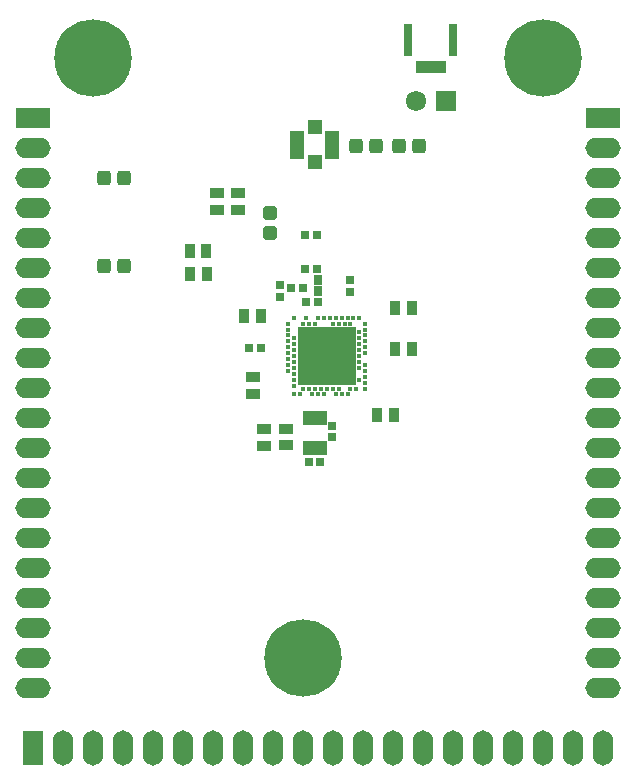
<source format=gts>
G04*
G04 #@! TF.GenerationSoftware,Altium Limited,Altium Designer,19.1.7 (138)*
G04*
G04 Layer_Color=8388736*
%FSLAX25Y25*%
%MOIN*%
G70*
G01*
G75*
%ADD30R,0.04737X0.04737*%
%ADD31R,0.04934X0.09461*%
G04:AMPARAMS|DCode=32|XSize=47.37mil|YSize=43.43mil|CornerRadius=8.43mil|HoleSize=0mil|Usage=FLASHONLY|Rotation=90.000|XOffset=0mil|YOffset=0mil|HoleType=Round|Shape=RoundedRectangle|*
%AMROUNDEDRECTD32*
21,1,0.04737,0.02657,0,0,90.0*
21,1,0.03051,0.04343,0,0,90.0*
1,1,0.01686,0.01329,0.01526*
1,1,0.01686,0.01329,-0.01526*
1,1,0.01686,-0.01329,-0.01526*
1,1,0.01686,-0.01329,0.01526*
%
%ADD32ROUNDEDRECTD32*%
%ADD33R,0.01981X0.03950*%
%ADD34R,0.03162X0.11036*%
%ADD35R,0.03753X0.04540*%
%ADD36R,0.04540X0.03753*%
G04:AMPARAMS|DCode=37|XSize=47.37mil|YSize=43.43mil|CornerRadius=8.43mil|HoleSize=0mil|Usage=FLASHONLY|Rotation=0.000|XOffset=0mil|YOffset=0mil|HoleType=Round|Shape=RoundedRectangle|*
%AMROUNDEDRECTD37*
21,1,0.04737,0.02657,0,0,0.0*
21,1,0.03051,0.04343,0,0,0.0*
1,1,0.01686,0.01526,-0.01329*
1,1,0.01686,-0.01526,-0.01329*
1,1,0.01686,-0.01526,0.01329*
1,1,0.01686,0.01526,0.01329*
%
%ADD37ROUNDEDRECTD37*%
%ADD38R,0.07887X0.04737*%
%ADD39R,0.19488X0.19488*%
%ADD40C,0.01476*%
%ADD41R,0.03162X0.02769*%
%ADD42R,0.02769X0.03162*%
%ADD43R,0.02769X0.03359*%
%ADD44R,0.06784X0.06784*%
%ADD45C,0.06784*%
%ADD46C,0.25800*%
%ADD47R,0.11800X0.06800*%
%ADD48O,0.11800X0.06800*%
%ADD49R,0.06800X0.11800*%
%ADD50O,0.06800X0.11800*%
D30*
X102500Y203594D02*
D03*
Y215406D02*
D03*
D31*
X96693Y209500D02*
D03*
X108307D02*
D03*
D32*
X137106Y209009D02*
D03*
X130413D02*
D03*
X122883Y209114D02*
D03*
X116190D02*
D03*
X32153Y169159D02*
D03*
X38846D02*
D03*
Y198500D02*
D03*
X32153D02*
D03*
D33*
X137220Y235275D02*
D03*
X145094D02*
D03*
X143126D02*
D03*
X141157D02*
D03*
X139189D02*
D03*
D34*
X148637Y244330D02*
D03*
X133677D02*
D03*
D35*
X129244Y155000D02*
D03*
X134756D02*
D03*
X129244Y141500D02*
D03*
X134756D02*
D03*
X123244Y119500D02*
D03*
X128756D02*
D03*
X84551Y152500D02*
D03*
X79039D02*
D03*
X66256Y174000D02*
D03*
X60744D02*
D03*
X66512Y166500D02*
D03*
X61000D02*
D03*
D36*
X93000Y114756D02*
D03*
Y109244D02*
D03*
X85500Y114695D02*
D03*
Y109184D02*
D03*
X82000Y126417D02*
D03*
Y131929D02*
D03*
X77000Y187744D02*
D03*
Y193256D02*
D03*
X70000Y187744D02*
D03*
Y193256D02*
D03*
D37*
X87500Y180154D02*
D03*
Y186846D02*
D03*
D38*
X102465Y108396D02*
D03*
Y118239D02*
D03*
D39*
X106500Y139016D02*
D03*
D40*
X119295Y149843D02*
D03*
Y147874D02*
D03*
Y145905D02*
D03*
Y143937D02*
D03*
Y141969D02*
D03*
Y140000D02*
D03*
Y136063D02*
D03*
Y134095D02*
D03*
Y132126D02*
D03*
Y130157D02*
D03*
Y128189D02*
D03*
X117327Y151811D02*
D03*
Y146890D02*
D03*
Y144921D02*
D03*
Y142953D02*
D03*
Y140984D02*
D03*
Y139016D02*
D03*
Y137047D02*
D03*
Y135079D02*
D03*
Y131142D02*
D03*
X116342Y128189D02*
D03*
X115358Y151811D02*
D03*
X114374Y149843D02*
D03*
Y128189D02*
D03*
X113390Y151811D02*
D03*
Y126221D02*
D03*
X112406Y149843D02*
D03*
X111421Y151811D02*
D03*
Y126221D02*
D03*
X110437Y149843D02*
D03*
Y128189D02*
D03*
X109453Y151811D02*
D03*
Y126221D02*
D03*
X108468Y149843D02*
D03*
Y128189D02*
D03*
X107484Y151811D02*
D03*
X106500Y128189D02*
D03*
X105516Y151811D02*
D03*
Y126221D02*
D03*
X104532Y128189D02*
D03*
X103547Y151811D02*
D03*
Y126221D02*
D03*
X102563Y149843D02*
D03*
Y128189D02*
D03*
X101579Y126221D02*
D03*
X100594Y149843D02*
D03*
Y128189D02*
D03*
X99610Y151811D02*
D03*
X98626Y128189D02*
D03*
X97642Y126221D02*
D03*
X98626Y149843D02*
D03*
X95673Y151811D02*
D03*
Y144921D02*
D03*
Y142953D02*
D03*
Y140984D02*
D03*
Y139016D02*
D03*
Y137047D02*
D03*
Y135079D02*
D03*
Y133110D02*
D03*
Y131142D02*
D03*
Y129173D02*
D03*
Y126221D02*
D03*
X93705Y149843D02*
D03*
Y145905D02*
D03*
Y143937D02*
D03*
Y141969D02*
D03*
Y140000D02*
D03*
Y138031D02*
D03*
Y136063D02*
D03*
Y134095D02*
D03*
Y147874D02*
D03*
D41*
X100398Y103868D02*
D03*
X104335D02*
D03*
X80516Y141673D02*
D03*
X84453D02*
D03*
X103269Y168175D02*
D03*
X99331D02*
D03*
X94532Y161675D02*
D03*
X98469D02*
D03*
X103447Y156935D02*
D03*
X99510D02*
D03*
X99331Y179405D02*
D03*
X103269D02*
D03*
D42*
X108173Y111939D02*
D03*
Y115876D02*
D03*
X91047Y158701D02*
D03*
Y162638D02*
D03*
X114374Y160275D02*
D03*
Y164213D02*
D03*
D43*
X103479Y160665D02*
D03*
X103479Y164406D02*
D03*
D44*
X146313Y223987D02*
D03*
D45*
X136313D02*
D03*
D46*
X98500Y38500D02*
D03*
X28500Y238500D02*
D03*
X178500D02*
D03*
D47*
X8500Y218500D02*
D03*
X198500D02*
D03*
D48*
X8500Y208500D02*
D03*
Y198500D02*
D03*
Y188500D02*
D03*
Y178500D02*
D03*
Y168500D02*
D03*
Y158500D02*
D03*
Y148500D02*
D03*
Y138500D02*
D03*
Y128500D02*
D03*
Y118500D02*
D03*
Y108500D02*
D03*
Y98500D02*
D03*
Y88500D02*
D03*
Y78500D02*
D03*
Y68500D02*
D03*
Y58500D02*
D03*
Y48500D02*
D03*
Y38500D02*
D03*
Y28500D02*
D03*
X198500Y208500D02*
D03*
Y198500D02*
D03*
Y188500D02*
D03*
Y178500D02*
D03*
Y168500D02*
D03*
Y158500D02*
D03*
Y148500D02*
D03*
Y138500D02*
D03*
Y128500D02*
D03*
Y118500D02*
D03*
Y108500D02*
D03*
Y98500D02*
D03*
Y88500D02*
D03*
Y78500D02*
D03*
Y68500D02*
D03*
Y58500D02*
D03*
Y48500D02*
D03*
Y38500D02*
D03*
Y28500D02*
D03*
D49*
X8500Y8500D02*
D03*
D50*
X18500D02*
D03*
X28500D02*
D03*
X38500D02*
D03*
X48500D02*
D03*
X58500D02*
D03*
X68500D02*
D03*
X78500D02*
D03*
X88500D02*
D03*
X98500D02*
D03*
X108500D02*
D03*
X118500D02*
D03*
X128500D02*
D03*
X138500D02*
D03*
X148500D02*
D03*
X158500D02*
D03*
X168500D02*
D03*
X178500D02*
D03*
X188500D02*
D03*
X198500D02*
D03*
M02*

</source>
